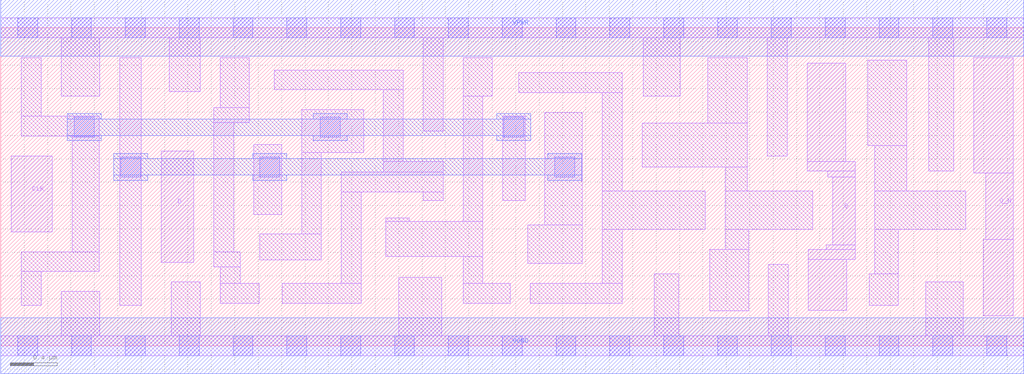
<source format=lef>
# Copyright 2020 The SkyWater PDK Authors
#
# Licensed under the Apache License, Version 2.0 (the "License");
# you may not use this file except in compliance with the License.
# You may obtain a copy of the License at
#
#     https://www.apache.org/licenses/LICENSE-2.0
#
# Unless required by applicable law or agreed to in writing, software
# distributed under the License is distributed on an "AS IS" BASIS,
# WITHOUT WARRANTIES OR CONDITIONS OF ANY KIND, either express or implied.
# See the License for the specific language governing permissions and
# limitations under the License.
#
# SPDX-License-Identifier: Apache-2.0

VERSION 5.7 ;
  NOWIREEXTENSIONATPIN ON ;
  DIVIDERCHAR "/" ;
  BUSBITCHARS "[]" ;
UNITS
  DATABASE MICRONS 200 ;
END UNITS
MACRO sky130_fd_sc_hd__dfxbp_1
  CLASS CORE ;
  FOREIGN sky130_fd_sc_hd__dfxbp_1 ;
  ORIGIN  0.000000  0.000000 ;
  SIZE  8.740000 BY  2.720000 ;
  SYMMETRY X Y R90 ;
  SITE unithd ;
  PIN D
    ANTENNAGATEAREA  0.126000 ;
    DIRECTION INPUT ;
    USE SIGNAL ;
    PORT
      LAYER li1 ;
        RECT 1.370000 0.715000 1.650000 1.665000 ;
    END
  END D
  PIN Q
    ANTENNADIFFAREA  0.429000 ;
    DIRECTION OUTPUT ;
    USE SIGNAL ;
    PORT
      LAYER li1 ;
        RECT 6.890000 1.495000 7.300000 1.575000 ;
        RECT 6.890000 1.575000 7.220000 2.420000 ;
        RECT 6.900000 0.305000 7.230000 0.740000 ;
        RECT 6.900000 0.740000 7.300000 0.825000 ;
        RECT 7.055000 0.825000 7.300000 0.865000 ;
        RECT 7.065000 1.445000 7.300000 1.495000 ;
        RECT 7.110000 0.865000 7.300000 1.445000 ;
    END
  END Q
  PIN Q_N
    ANTENNADIFFAREA  0.429000 ;
    DIRECTION OUTPUT ;
    USE SIGNAL ;
    PORT
      LAYER li1 ;
        RECT 8.315000 1.480000 8.650000 2.465000 ;
        RECT 8.395000 0.255000 8.650000 0.910000 ;
        RECT 8.415000 0.910000 8.650000 1.480000 ;
    END
  END Q_N
  PIN CLK
    ANTENNAGATEAREA  0.159000 ;
    DIRECTION INPUT ;
    USE CLOCK ;
    PORT
      LAYER li1 ;
        RECT 0.090000 0.975000 0.440000 1.625000 ;
    END
  END CLK
  PIN VGND
    DIRECTION INOUT ;
    SHAPE ABUTMENT ;
    USE GROUND ;
    PORT
      LAYER met1 ;
        RECT 0.000000 -0.240000 8.740000 0.240000 ;
    END
  END VGND
  PIN VPWR
    DIRECTION INOUT ;
    SHAPE ABUTMENT ;
    USE POWER ;
    PORT
      LAYER met1 ;
        RECT 0.000000 2.480000 8.740000 2.960000 ;
    END
  END VPWR
  OBS
    LAYER li1 ;
      RECT 0.000000 -0.085000 8.740000 0.085000 ;
      RECT 0.000000  2.635000 8.740000 2.805000 ;
      RECT 0.175000  0.345000 0.345000 0.635000 ;
      RECT 0.175000  0.635000 0.840000 0.805000 ;
      RECT 0.175000  1.795000 0.840000 1.965000 ;
      RECT 0.175000  1.965000 0.345000 2.465000 ;
      RECT 0.515000  0.085000 0.845000 0.465000 ;
      RECT 0.515000  2.135000 0.845000 2.635000 ;
      RECT 0.610000  0.805000 0.840000 1.795000 ;
      RECT 1.015000  0.345000 1.200000 2.465000 ;
      RECT 1.440000  2.175000 1.705000 2.635000 ;
      RECT 1.455000  0.085000 1.705000 0.545000 ;
      RECT 1.820000  0.675000 2.045000 0.805000 ;
      RECT 1.820000  0.805000 1.990000 1.910000 ;
      RECT 1.820000  1.910000 2.125000 2.040000 ;
      RECT 1.875000  0.365000 2.210000 0.535000 ;
      RECT 1.875000  0.535000 2.045000 0.675000 ;
      RECT 1.875000  2.040000 2.125000 2.465000 ;
      RECT 2.160000  1.125000 2.400000 1.720000 ;
      RECT 2.215000  0.735000 2.740000 0.955000 ;
      RECT 2.335000  2.190000 3.440000 2.360000 ;
      RECT 2.405000  0.365000 3.080000 0.535000 ;
      RECT 2.570000  0.955000 2.740000 1.655000 ;
      RECT 2.570000  1.655000 3.100000 2.020000 ;
      RECT 2.910000  0.535000 3.080000 1.315000 ;
      RECT 2.910000  1.315000 3.780000 1.485000 ;
      RECT 3.270000  1.485000 3.780000 1.575000 ;
      RECT 3.270000  1.575000 3.440000 2.190000 ;
      RECT 3.290000  0.765000 4.120000 1.065000 ;
      RECT 3.290000  1.065000 3.490000 1.095000 ;
      RECT 3.400000  0.085000 3.770000 0.585000 ;
      RECT 3.610000  1.245000 3.780000 1.315000 ;
      RECT 3.610000  1.835000 3.780000 2.635000 ;
      RECT 3.950000  0.365000 4.355000 0.535000 ;
      RECT 3.950000  0.535000 4.120000 0.765000 ;
      RECT 3.950000  1.065000 4.120000 2.135000 ;
      RECT 3.950000  2.135000 4.200000 2.465000 ;
      RECT 4.290000  1.245000 4.480000 1.965000 ;
      RECT 4.425000  2.165000 5.310000 2.335000 ;
      RECT 4.505000  0.705000 4.970000 1.035000 ;
      RECT 4.525000  0.365000 5.310000 0.535000 ;
      RECT 4.650000  1.035000 4.970000 1.995000 ;
      RECT 5.140000  0.535000 5.310000 0.995000 ;
      RECT 5.140000  0.995000 6.020000 1.325000 ;
      RECT 5.140000  1.325000 5.310000 2.165000 ;
      RECT 5.480000  1.530000 6.380000 1.905000 ;
      RECT 5.490000  2.135000 5.805000 2.635000 ;
      RECT 5.585000  0.085000 5.795000 0.615000 ;
      RECT 6.040000  1.905000 6.380000 2.465000 ;
      RECT 6.060000  0.300000 6.390000 0.825000 ;
      RECT 6.190000  0.825000 6.390000 0.995000 ;
      RECT 6.190000  0.995000 6.940000 1.325000 ;
      RECT 6.190000  1.325000 6.380000 1.530000 ;
      RECT 6.550000  1.625000 6.720000 2.635000 ;
      RECT 6.560000  0.085000 6.730000 0.695000 ;
      RECT 7.410000  1.715000 7.740000 2.445000 ;
      RECT 7.420000  0.345000 7.670000 0.615000 ;
      RECT 7.470000  0.615000 7.670000 0.995000 ;
      RECT 7.470000  0.995000 8.245000 1.325000 ;
      RECT 7.470000  1.325000 7.740000 1.715000 ;
      RECT 7.905000  0.085000 8.225000 0.545000 ;
      RECT 7.930000  1.495000 8.145000 2.635000 ;
    LAYER mcon ;
      RECT 0.145000 -0.085000 0.315000 0.085000 ;
      RECT 0.145000  2.635000 0.315000 2.805000 ;
      RECT 0.605000 -0.085000 0.775000 0.085000 ;
      RECT 0.605000  2.635000 0.775000 2.805000 ;
      RECT 0.630000  1.785000 0.800000 1.955000 ;
      RECT 1.025000  1.445000 1.195000 1.615000 ;
      RECT 1.065000 -0.085000 1.235000 0.085000 ;
      RECT 1.065000  2.635000 1.235000 2.805000 ;
      RECT 1.525000 -0.085000 1.695000 0.085000 ;
      RECT 1.525000  2.635000 1.695000 2.805000 ;
      RECT 1.985000 -0.085000 2.155000 0.085000 ;
      RECT 1.985000  2.635000 2.155000 2.805000 ;
      RECT 2.215000  1.445000 2.385000 1.615000 ;
      RECT 2.445000 -0.085000 2.615000 0.085000 ;
      RECT 2.445000  2.635000 2.615000 2.805000 ;
      RECT 2.730000  1.785000 2.900000 1.955000 ;
      RECT 2.905000 -0.085000 3.075000 0.085000 ;
      RECT 2.905000  2.635000 3.075000 2.805000 ;
      RECT 3.365000 -0.085000 3.535000 0.085000 ;
      RECT 3.365000  2.635000 3.535000 2.805000 ;
      RECT 3.825000 -0.085000 3.995000 0.085000 ;
      RECT 3.825000  2.635000 3.995000 2.805000 ;
      RECT 4.285000 -0.085000 4.455000 0.085000 ;
      RECT 4.285000  2.635000 4.455000 2.805000 ;
      RECT 4.300000  1.785000 4.470000 1.955000 ;
      RECT 4.735000  1.445000 4.905000 1.615000 ;
      RECT 4.745000 -0.085000 4.915000 0.085000 ;
      RECT 4.745000  2.635000 4.915000 2.805000 ;
      RECT 5.205000 -0.085000 5.375000 0.085000 ;
      RECT 5.205000  2.635000 5.375000 2.805000 ;
      RECT 5.665000 -0.085000 5.835000 0.085000 ;
      RECT 5.665000  2.635000 5.835000 2.805000 ;
      RECT 6.125000 -0.085000 6.295000 0.085000 ;
      RECT 6.125000  2.635000 6.295000 2.805000 ;
      RECT 6.585000 -0.085000 6.755000 0.085000 ;
      RECT 6.585000  2.635000 6.755000 2.805000 ;
      RECT 7.045000 -0.085000 7.215000 0.085000 ;
      RECT 7.045000  2.635000 7.215000 2.805000 ;
      RECT 7.505000 -0.085000 7.675000 0.085000 ;
      RECT 7.505000  2.635000 7.675000 2.805000 ;
      RECT 7.965000 -0.085000 8.135000 0.085000 ;
      RECT 7.965000  2.635000 8.135000 2.805000 ;
      RECT 8.425000 -0.085000 8.595000 0.085000 ;
      RECT 8.425000  2.635000 8.595000 2.805000 ;
    LAYER met1 ;
      RECT 0.570000 1.755000 0.860000 1.800000 ;
      RECT 0.570000 1.800000 4.530000 1.940000 ;
      RECT 0.570000 1.940000 0.860000 1.985000 ;
      RECT 0.965000 1.415000 1.255000 1.460000 ;
      RECT 0.965000 1.460000 4.965000 1.600000 ;
      RECT 0.965000 1.600000 1.255000 1.645000 ;
      RECT 2.155000 1.415000 2.445000 1.460000 ;
      RECT 2.155000 1.600000 2.445000 1.645000 ;
      RECT 2.670000 1.755000 2.960000 1.800000 ;
      RECT 2.670000 1.940000 2.960000 1.985000 ;
      RECT 4.240000 1.755000 4.530000 1.800000 ;
      RECT 4.240000 1.940000 4.530000 1.985000 ;
      RECT 4.675000 1.415000 4.965000 1.460000 ;
      RECT 4.675000 1.600000 4.965000 1.645000 ;
  END
END sky130_fd_sc_hd__dfxbp_1
END LIBRARY

</source>
